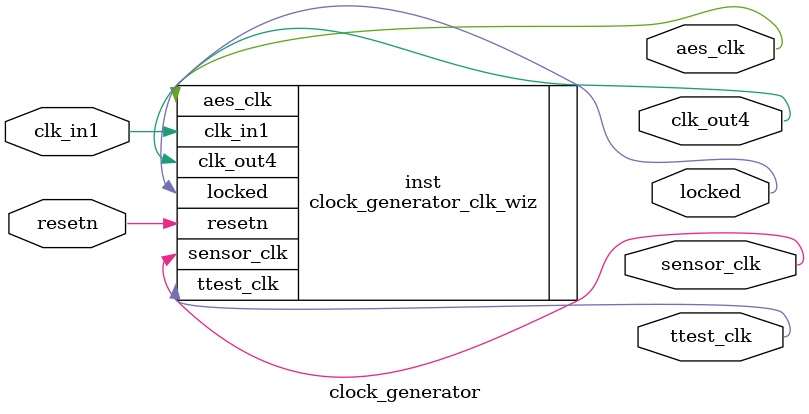
<source format=v>


`timescale 1ps/1ps

(* CORE_GENERATION_INFO = "clock_generator,clk_wiz_v6_0_5_0_0,{component_name=clock_generator,use_phase_alignment=true,use_min_o_jitter=false,use_max_i_jitter=false,use_dyn_phase_shift=false,use_inclk_switchover=false,use_dyn_reconfig=false,enable_axi=0,feedback_source=FDBK_AUTO,PRIMITIVE=MMCM,num_out_clk=4,clkin1_period=10.000,clkin2_period=10.000,use_power_down=false,use_reset=true,use_locked=true,use_inclk_stopped=false,feedback_type=SINGLE,CLOCK_MGR_TYPE=NA,manual_override=false}" *)

module clock_generator 
 (
  // Clock out ports
  output        aes_clk,
  output        sensor_clk,
  output        ttest_clk,
  output        clk_out4,
  // Status and control signals
  input         resetn,
  output        locked,
 // Clock in ports
  input         clk_in1
 );

  clock_generator_clk_wiz inst
  (
  // Clock out ports  
  .aes_clk(aes_clk),
  .sensor_clk(sensor_clk),
  .ttest_clk(ttest_clk),
  .clk_out4(clk_out4),
  // Status and control signals               
  .resetn(resetn), 
  .locked(locked),
 // Clock in ports
  .clk_in1(clk_in1)
  );

endmodule

</source>
